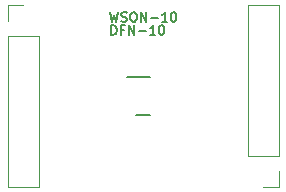
<source format=gbr>
G04 #@! TF.GenerationSoftware,KiCad,Pcbnew,(5.1.5-0-10_14)*
G04 #@! TF.CreationDate,2020-06-09T01:35:05-06:00*
G04 #@! TF.ProjectId,WSON-10,57534f4e-2d31-4302-9e6b-696361645f70,rev?*
G04 #@! TF.SameCoordinates,Original*
G04 #@! TF.FileFunction,Legend,Top*
G04 #@! TF.FilePolarity,Positive*
%FSLAX46Y46*%
G04 Gerber Fmt 4.6, Leading zero omitted, Abs format (unit mm)*
G04 Created by KiCad (PCBNEW (5.1.5-0-10_14)) date 2020-06-09 01:35:05*
%MOMM*%
%LPD*%
G04 APERTURE LIST*
%ADD10C,0.150000*%
%ADD11C,0.120000*%
G04 APERTURE END LIST*
D10*
X64471828Y-52990704D02*
X64471828Y-52190704D01*
X64662304Y-52190704D01*
X64776590Y-52228800D01*
X64852780Y-52304990D01*
X64890876Y-52381180D01*
X64928971Y-52533561D01*
X64928971Y-52647847D01*
X64890876Y-52800228D01*
X64852780Y-52876419D01*
X64776590Y-52952609D01*
X64662304Y-52990704D01*
X64471828Y-52990704D01*
X65538495Y-52571657D02*
X65271828Y-52571657D01*
X65271828Y-52990704D02*
X65271828Y-52190704D01*
X65652780Y-52190704D01*
X65957542Y-52990704D02*
X65957542Y-52190704D01*
X66414685Y-52990704D01*
X66414685Y-52190704D01*
X66795638Y-52685942D02*
X67405161Y-52685942D01*
X68205161Y-52990704D02*
X67748019Y-52990704D01*
X67976590Y-52990704D02*
X67976590Y-52190704D01*
X67900400Y-52304990D01*
X67824209Y-52381180D01*
X67748019Y-52419276D01*
X68700400Y-52190704D02*
X68776590Y-52190704D01*
X68852780Y-52228800D01*
X68890876Y-52266895D01*
X68928971Y-52343085D01*
X68967066Y-52495466D01*
X68967066Y-52685942D01*
X68928971Y-52838323D01*
X68890876Y-52914514D01*
X68852780Y-52952609D01*
X68776590Y-52990704D01*
X68700400Y-52990704D01*
X68624209Y-52952609D01*
X68586114Y-52914514D01*
X68548019Y-52838323D01*
X68509923Y-52685942D01*
X68509923Y-52495466D01*
X68548019Y-52343085D01*
X68586114Y-52266895D01*
X68624209Y-52228800D01*
X68700400Y-52190704D01*
X64389352Y-51073104D02*
X64579828Y-51873104D01*
X64732209Y-51301676D01*
X64884590Y-51873104D01*
X65075066Y-51073104D01*
X65341733Y-51835009D02*
X65456019Y-51873104D01*
X65646495Y-51873104D01*
X65722685Y-51835009D01*
X65760780Y-51796914D01*
X65798876Y-51720723D01*
X65798876Y-51644533D01*
X65760780Y-51568342D01*
X65722685Y-51530247D01*
X65646495Y-51492152D01*
X65494114Y-51454057D01*
X65417923Y-51415961D01*
X65379828Y-51377866D01*
X65341733Y-51301676D01*
X65341733Y-51225485D01*
X65379828Y-51149295D01*
X65417923Y-51111200D01*
X65494114Y-51073104D01*
X65684590Y-51073104D01*
X65798876Y-51111200D01*
X66294114Y-51073104D02*
X66446495Y-51073104D01*
X66522685Y-51111200D01*
X66598876Y-51187390D01*
X66636971Y-51339771D01*
X66636971Y-51606438D01*
X66598876Y-51758819D01*
X66522685Y-51835009D01*
X66446495Y-51873104D01*
X66294114Y-51873104D01*
X66217923Y-51835009D01*
X66141733Y-51758819D01*
X66103638Y-51606438D01*
X66103638Y-51339771D01*
X66141733Y-51187390D01*
X66217923Y-51111200D01*
X66294114Y-51073104D01*
X66979828Y-51873104D02*
X66979828Y-51073104D01*
X67436971Y-51873104D01*
X67436971Y-51073104D01*
X67817923Y-51568342D02*
X68427447Y-51568342D01*
X69227447Y-51873104D02*
X68770304Y-51873104D01*
X68998876Y-51873104D02*
X68998876Y-51073104D01*
X68922685Y-51187390D01*
X68846495Y-51263580D01*
X68770304Y-51301676D01*
X69722685Y-51073104D02*
X69798876Y-51073104D01*
X69875066Y-51111200D01*
X69913161Y-51149295D01*
X69951257Y-51225485D01*
X69989352Y-51377866D01*
X69989352Y-51568342D01*
X69951257Y-51720723D01*
X69913161Y-51796914D01*
X69875066Y-51835009D01*
X69798876Y-51873104D01*
X69722685Y-51873104D01*
X69646495Y-51835009D01*
X69608400Y-51796914D01*
X69570304Y-51720723D01*
X69532209Y-51568342D01*
X69532209Y-51377866D01*
X69570304Y-51225485D01*
X69608400Y-51149295D01*
X69646495Y-51111200D01*
X69722685Y-51073104D01*
X65807600Y-56541000D02*
X67732600Y-56541000D01*
X66582600Y-59791000D02*
X67732600Y-59791000D01*
D11*
X78673000Y-65846000D02*
X77343000Y-65846000D01*
X78673000Y-64516000D02*
X78673000Y-65846000D01*
X78673000Y-63246000D02*
X76013000Y-63246000D01*
X76013000Y-63246000D02*
X76013000Y-50486000D01*
X78673000Y-63246000D02*
X78673000Y-50486000D01*
X78673000Y-50486000D02*
X76013000Y-50486000D01*
X55693000Y-50486000D02*
X57023000Y-50486000D01*
X55693000Y-51816000D02*
X55693000Y-50486000D01*
X55693000Y-53086000D02*
X58353000Y-53086000D01*
X58353000Y-53086000D02*
X58353000Y-65846000D01*
X55693000Y-53086000D02*
X55693000Y-65846000D01*
X55693000Y-65846000D02*
X58353000Y-65846000D01*
M02*

</source>
